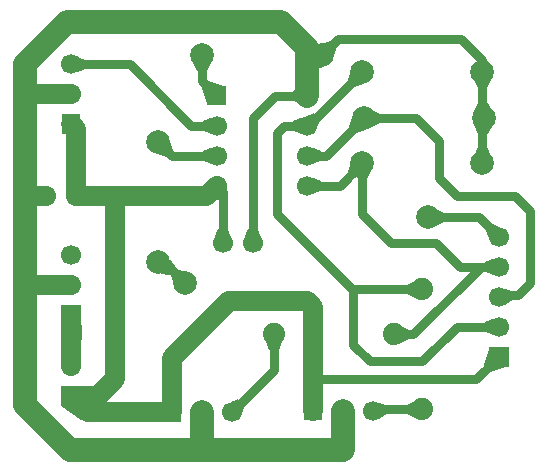
<source format=gbl>
G04 Layer: BottomLayer*
G04 EasyEDA v6.4.19.5, 2021-05-18T22:58:39--5:00*
G04 66efe2adf43246afbf7e92f2808a4bb2,00a5ad12733442db97615573759eb5db,10*
G04 Gerber Generator version 0.2*
G04 Scale: 100 percent, Rotated: No, Reflected: No *
G04 Dimensions in millimeters *
G04 leading zeros omitted , absolute positions ,4 integer and 5 decimal *
%FSLAX45Y45*%
%MOMM*%

%ADD11C,0.8000*%
%ADD12C,2.0000*%
%ADD13C,1.7000*%
%ADD14R,1.7000X1.7000*%
%ADD16R,1.5748X1.7000*%
%ADD17C,1.8796*%
%ADD18R,1.8000X1.7000*%

%LPD*%
G36*
X4480356Y2104034D02*
G01*
X4423765Y2047443D01*
X4449064Y1988566D01*
X4539234Y2078736D01*
G37*
G36*
X4477664Y1803654D02*
G01*
X4418177Y1779879D01*
X4418177Y1699920D01*
X4477664Y1676146D01*
G37*
G36*
X4477664Y1803654D02*
G01*
X4418177Y1779879D01*
X4418177Y1699920D01*
X4477664Y1676146D01*
G37*
G36*
X4582769Y1555445D02*
G01*
X4596790Y1428699D01*
X4653330Y1458620D01*
X4644491Y1538579D01*
G37*
G36*
X4477664Y1295654D02*
G01*
X4418177Y1271879D01*
X4418177Y1191920D01*
X4477664Y1168146D01*
G37*
G36*
X2326843Y618134D02*
G01*
X2267966Y592836D01*
X2358136Y502666D01*
X2383434Y561543D01*
G37*
G36*
X3515969Y590245D02*
G01*
X3529990Y463499D01*
X3586530Y493420D01*
X3577691Y573379D01*
G37*
G36*
X970635Y3518154D02*
G01*
X970635Y3390646D01*
X1030122Y3414420D01*
X1030122Y3494379D01*
G37*
G36*
X798677Y3285388D02*
G01*
X798677Y3115411D01*
X858164Y3136646D01*
X858164Y3264153D01*
G37*
G36*
X829411Y1017422D02*
G01*
X850646Y957935D01*
X978153Y957935D01*
X999388Y1017422D01*
G37*
G36*
X3707079Y1238910D02*
G01*
X3707079Y1097889D01*
X3772865Y1128420D01*
X3772865Y1208379D01*
G37*
G36*
X2558440Y1106220D02*
G01*
X2588920Y1040434D01*
X2668879Y1040434D01*
X2699359Y1106220D01*
G37*
G36*
X3824020Y1619910D02*
G01*
X3758234Y1589379D01*
X3758234Y1509420D01*
X3824020Y1478889D01*
G37*
G36*
X3824020Y603910D02*
G01*
X3758234Y573379D01*
X3758234Y493420D01*
X3824020Y462889D01*
G37*
G36*
X798677Y1672488D02*
G01*
X798677Y1502511D01*
X858164Y1523746D01*
X858164Y1651254D01*
G37*
G36*
X2157120Y2058822D02*
G01*
X2133346Y1999335D01*
X2260854Y1999335D01*
X2237079Y2058822D01*
G37*
G36*
X2411120Y2058822D02*
G01*
X2387346Y1999335D01*
X2514854Y1999335D01*
X2491079Y2058822D01*
G37*
G36*
X2868320Y3303422D02*
G01*
X2844546Y3243935D01*
X2972054Y3243935D01*
X2948279Y3303422D01*
G37*
G36*
X2852064Y3251453D02*
G01*
X2792577Y3227679D01*
X2792577Y3147720D01*
X2852064Y3123946D01*
G37*
G36*
X2970123Y3039414D02*
G01*
X2909570Y3018688D01*
X2992475Y2921812D01*
X3022295Y2978454D01*
G37*
G36*
X2852064Y2997454D02*
G01*
X2792577Y2973679D01*
X2792577Y2893720D01*
X2852064Y2869946D01*
G37*
G36*
X2964535Y2743454D02*
G01*
X2964535Y2615946D01*
X3024022Y2639720D01*
X3024022Y2719679D01*
G37*
G36*
X2964535Y2489454D02*
G01*
X2964535Y2361946D01*
X3024022Y2385720D01*
X3024022Y2465679D01*
G37*
G36*
X2061464Y2431034D02*
G01*
X2004364Y2403957D01*
X2124557Y2283764D01*
X2151634Y2340864D01*
G37*
G36*
X2228240Y2403144D02*
G01*
X2113686Y2347214D01*
X2157120Y2302205D01*
X2237079Y2341270D01*
G37*
G36*
X2090064Y2743454D02*
G01*
X2030577Y2719679D01*
X2030577Y2639720D01*
X2090064Y2615946D01*
G37*
G36*
X2090064Y2997454D02*
G01*
X2030577Y2973679D01*
X2030577Y2893720D01*
X2090064Y2869946D01*
G37*
G36*
X3303219Y2550058D02*
G01*
X3338220Y2480056D01*
X3418179Y2480056D01*
X3453180Y2550058D01*
G37*
G36*
X3278378Y2622448D02*
G01*
X3253638Y2548229D01*
X3310229Y2491638D01*
X3384448Y2516378D01*
G37*
G36*
X4354220Y2752344D02*
G01*
X4319219Y2682341D01*
X4469180Y2682341D01*
X4434179Y2752344D01*
G37*
G36*
X3457041Y3072180D02*
G01*
X3457041Y2922219D01*
X3527044Y2957220D01*
X3527044Y3037179D01*
G37*
G36*
X3291078Y3003448D02*
G01*
X3266338Y2929229D01*
X3322929Y2872638D01*
X3397148Y2897378D01*
G37*
G36*
X4326077Y2938322D02*
G01*
X4354220Y2865374D01*
X4434179Y2857906D01*
X4475378Y2924352D01*
G37*
G36*
X4434179Y3136493D02*
G01*
X4354220Y3129026D01*
X4326077Y3056077D01*
X4475378Y3070047D01*
G37*
G36*
X3278378Y3397148D02*
G01*
X3253638Y3322929D01*
X3310229Y3266338D01*
X3384448Y3291078D01*
G37*
G36*
X4319219Y3324758D02*
G01*
X4354220Y3254756D01*
X4434179Y3254756D01*
X4469180Y3324758D01*
G37*
G36*
X4354220Y3492500D02*
G01*
X4319219Y3457041D01*
X4469180Y3457041D01*
X4434179Y3492500D01*
G37*
G36*
X1745589Y1810359D02*
G01*
X1671269Y1680057D01*
X1748688Y1674520D01*
X1789785Y1746554D01*
G37*
G36*
X1750822Y2800248D02*
G01*
X1644751Y2694178D01*
X1718970Y2669438D01*
X1775561Y2726029D01*
G37*
G36*
X1944319Y3464458D02*
G01*
X1979320Y3394456D01*
X2059279Y3394456D01*
X2094280Y3464458D01*
G37*
G36*
X3103270Y3655161D02*
G01*
X3029051Y3630422D01*
X3135122Y3524351D01*
X3159861Y3598570D01*
G37*
G36*
X2935478Y3536848D02*
G01*
X2910738Y3462629D01*
X2967329Y3406038D01*
X3041548Y3430778D01*
G37*
G36*
X582777Y2421788D02*
G01*
X582777Y2251811D01*
X642264Y2273046D01*
X642264Y2400554D01*
G37*
G36*
X1068222Y2421788D02*
G01*
X1008735Y2400554D01*
X1008735Y2273046D01*
X1068222Y2251811D01*
G37*
G36*
X867511Y2452522D02*
G01*
X888746Y2393035D01*
X1016253Y2393035D01*
X1037488Y2452522D01*
G37*
G36*
X1811629Y1724761D02*
G01*
X1755038Y1668170D01*
X1779778Y1593951D01*
X1885848Y1700022D01*
G37*
G36*
X4003141Y2233980D02*
G01*
X4003141Y2084019D01*
X4073144Y2119020D01*
X4073144Y2198979D01*
G37*
G36*
X4448911Y1034287D02*
G01*
X4406442Y907034D01*
X4463034Y850493D01*
X4590338Y892911D01*
G37*
G36*
X999388Y732688D02*
G01*
X999388Y562711D01*
X1143000Y562711D01*
X1143000Y732688D01*
G37*
G36*
X999388Y732688D02*
G01*
X829411Y562711D01*
X994003Y447903D01*
X1114196Y568096D01*
G37*
G36*
X824382Y1248511D02*
G01*
X829411Y993495D01*
X999388Y993495D01*
X1004417Y1248511D01*
G37*
G36*
X2080463Y3309975D02*
G01*
X2023872Y3253384D01*
X2066289Y3126130D01*
X2207717Y3267557D01*
G37*
D12*
X3213100Y520700D02*
G01*
X3213100Y190500D01*
X2006600Y190500D01*
X520700Y1587500D02*
G01*
X520700Y571500D01*
X901700Y190500D01*
X2019300Y190500D01*
X2019300Y508000D01*
X520700Y3200400D02*
G01*
X520700Y3454400D01*
X876300Y3810000D01*
X2692400Y3810000D01*
X2908300Y3594100D01*
X2908300Y3187697D01*
D13*
X952500Y2336800D02*
G01*
X2057400Y2336800D01*
X2146300Y2425700D01*
D11*
X3937000Y2159000D02*
G01*
X4368800Y2159000D01*
X4533900Y1993900D01*
X1651000Y1778000D02*
G01*
X1701800Y1778000D01*
X1879600Y1600200D01*
X3378200Y3390900D02*
G01*
X2921000Y2933700D01*
X2908300Y2933700D01*
X4533900Y1231900D02*
G01*
X4178300Y1231900D01*
X3886200Y939800D01*
X3441700Y939800D01*
X3302000Y1079500D01*
X3302000Y1549400D01*
X3886200Y1549400D01*
X2908300Y2933697D02*
G01*
X2717800Y2933700D01*
X2654300Y2870200D01*
X2654300Y2184400D01*
X3289300Y1549400D01*
X3302000Y1549400D01*
D12*
X520700Y3200400D02*
G01*
X520700Y1587500D01*
D11*
X4533900Y977900D02*
G01*
X4343400Y787400D01*
X2971800Y787400D01*
D13*
X1765300Y508000D02*
G01*
X1765300Y965200D01*
X2247900Y1447800D01*
X2908300Y1447800D01*
X2959100Y1397000D01*
X2959100Y520700D01*
X914400Y647700D02*
G01*
X1143000Y647700D01*
X1282700Y787400D01*
X1282700Y2336800D01*
X698500Y2336800D02*
G01*
X515571Y2336800D01*
D11*
X4533900Y1739900D02*
G01*
X4203700Y1739900D01*
X4000500Y1943100D01*
X3619500Y1943100D01*
X3378200Y2184400D01*
X3378200Y2616200D01*
X3390900Y2997200D02*
G01*
X3835400Y2997200D01*
X4025900Y2806700D01*
X4025900Y2489200D01*
X4178300Y2336800D01*
X4673600Y2336800D01*
X4800600Y2209800D01*
X4800600Y1600200D01*
X4699000Y1498600D01*
X4546600Y1498600D01*
X4533900Y1485900D01*
X3644900Y1168400D02*
G01*
X3810000Y1168400D01*
X4381500Y1739900D01*
X4533900Y1739900D01*
X2908300Y2425700D02*
G01*
X3187700Y2425700D01*
X3378200Y2616200D01*
X2908300Y2679700D02*
G01*
X3073400Y2679700D01*
X3390900Y2997200D01*
X4406900Y2997200D02*
G01*
X4394200Y2984500D01*
X4394200Y2616200D01*
X4394200Y3390900D02*
G01*
X4394200Y3009900D01*
X4406900Y2997200D01*
X4394200Y3390900D02*
G01*
X4394200Y3492500D01*
X4216400Y3670300D01*
X3175000Y3670300D01*
X3035300Y3530600D01*
X2908300Y3187700D02*
G01*
X2908300Y3403600D01*
X3035300Y3530600D01*
X2451100Y1943100D02*
G01*
X2451100Y2997200D01*
X2641600Y3187700D01*
X2908300Y3187700D01*
X2197100Y1943100D02*
G01*
X2197100Y2374900D01*
X2146300Y2425700D01*
X2146300Y3187545D02*
G01*
X2019300Y3314545D01*
X2019300Y3530600D01*
D13*
X1765300Y508000D02*
G01*
X1054100Y508000D01*
X914400Y647700D01*
X914400Y901700D02*
G01*
X914400Y1333500D01*
D11*
X2146300Y2679700D02*
G01*
X1765300Y2679700D01*
X1651000Y2794000D01*
X2146300Y2933700D02*
G01*
X1930400Y2933700D01*
X1409700Y3454400D01*
X914400Y3454400D01*
D13*
X914400Y1587500D02*
G01*
X520700Y1587500D01*
X914400Y3200400D02*
G01*
X520700Y3200400D01*
X952500Y2336800D02*
G01*
X952500Y2908300D01*
X914400Y2946400D01*
D11*
X2273300Y508000D02*
G01*
X2628900Y863600D01*
X2628900Y1168400D01*
X3467100Y520700D02*
G01*
X3479800Y533400D01*
X3886200Y533400D01*
D13*
G01*
X4533900Y1993900D03*
G01*
X4533900Y1739900D03*
G01*
X4533900Y1485900D03*
G01*
X4533900Y1231900D03*
D14*
G01*
X4533900Y977900D03*
D13*
G01*
X2273300Y508000D03*
G01*
X2019300Y508000D03*
G36*
X1686560Y586739D02*
G01*
X1844039Y586739D01*
X1844039Y429260D01*
X1686560Y429260D01*
G37*
G01*
X3467100Y520700D03*
G01*
X3213100Y520700D03*
G36*
X2880359Y599439D02*
G01*
X3037840Y599439D01*
X3037840Y441960D01*
X2880359Y441960D01*
G37*
G01*
X914400Y3454400D03*
G01*
X914400Y3200400D03*
D16*
G01*
X914400Y2946400D03*
D14*
G01*
X914400Y647700D03*
D13*
G01*
X914400Y901700D03*
D17*
G01*
X3644900Y1168400D03*
G01*
X2628900Y1168400D03*
G01*
X3886200Y1549400D03*
G01*
X3886200Y533400D03*
D13*
G01*
X914400Y1841500D03*
G01*
X914400Y1587500D03*
D18*
G01*
X914400Y1333500D03*
D13*
G01*
X2197100Y1943100D03*
G01*
X2451100Y1943100D03*
G01*
X2908300Y3187700D03*
G01*
X2908300Y2933700D03*
G01*
X2908300Y2679700D03*
G01*
X2908300Y2425700D03*
G01*
X2146300Y2425700D03*
G01*
X2146300Y2679700D03*
G01*
X2146300Y2933700D03*
G36*
X2066300Y3267547D02*
G01*
X2226299Y3267547D01*
X2226299Y3107547D01*
X2066300Y3107547D01*
G37*
D12*
G01*
X3378200Y2616200D03*
G01*
X4394200Y2616200D03*
G01*
X3390900Y2997200D03*
G01*
X4406900Y2997200D03*
G01*
X3378200Y3390900D03*
G01*
X4394200Y3390900D03*
G01*
X1651000Y1778000D03*
G01*
X1651000Y2794000D03*
G01*
X2019300Y3530600D03*
G01*
X3035300Y3530600D03*
D13*
G01*
X698500Y2336800D03*
G01*
X952500Y2336800D03*
D12*
G01*
X1879600Y1600200D03*
G01*
X3937000Y2159000D03*
M02*

</source>
